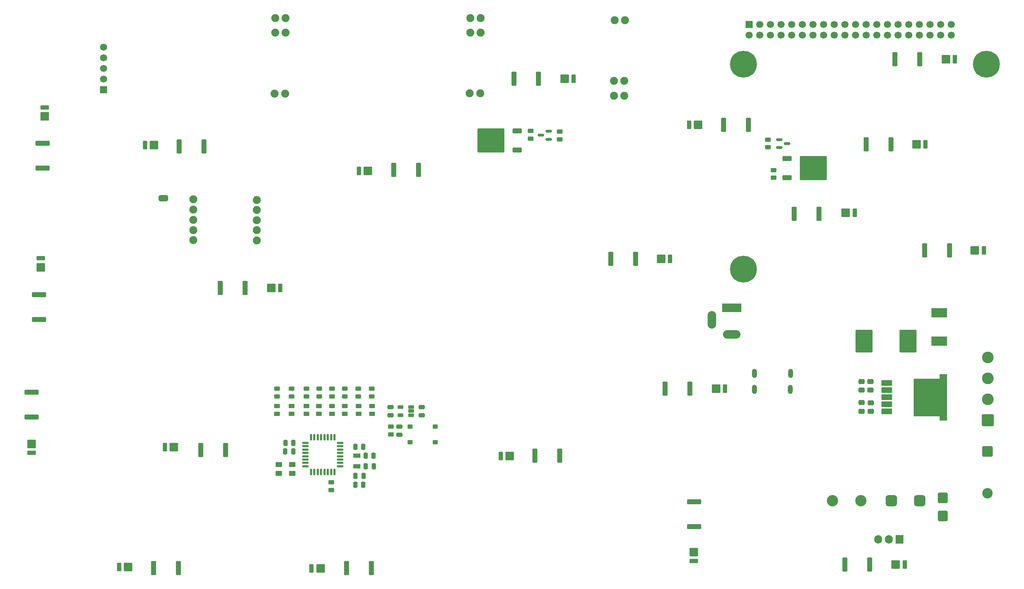
<source format=gbr>
%TF.GenerationSoftware,KiCad,Pcbnew,9.0.2*%
%TF.CreationDate,2025-05-13T16:07:20+08:00*%
%TF.ProjectId,MothBo,4d6f7468-426f-42e6-9b69-6361645f7063,5.0.0*%
%TF.SameCoordinates,Original*%
%TF.FileFunction,Soldermask,Top*%
%TF.FilePolarity,Negative*%
%FSLAX46Y46*%
G04 Gerber Fmt 4.6, Leading zero omitted, Abs format (unit mm)*
G04 Created by KiCad (PCBNEW 9.0.2) date 2025-05-13 16:07:20*
%MOMM*%
%LPD*%
G01*
G04 APERTURE LIST*
G04 Aperture macros list*
%AMRoundRect*
0 Rectangle with rounded corners*
0 $1 Rounding radius*
0 $2 $3 $4 $5 $6 $7 $8 $9 X,Y pos of 4 corners*
0 Add a 4 corners polygon primitive as box body*
4,1,4,$2,$3,$4,$5,$6,$7,$8,$9,$2,$3,0*
0 Add four circle primitives for the rounded corners*
1,1,$1+$1,$2,$3*
1,1,$1+$1,$4,$5*
1,1,$1+$1,$6,$7*
1,1,$1+$1,$8,$9*
0 Add four rect primitives between the rounded corners*
20,1,$1+$1,$2,$3,$4,$5,0*
20,1,$1+$1,$4,$5,$6,$7,0*
20,1,$1+$1,$6,$7,$8,$9,0*
20,1,$1+$1,$8,$9,$2,$3,0*%
%AMFreePoly0*
4,1,23,0.500000,-0.750000,0.000000,-0.750000,0.000000,-0.745722,-0.065263,-0.745722,-0.191342,-0.711940,-0.304381,-0.646677,-0.396677,-0.554381,-0.461940,-0.441342,-0.495722,-0.315263,-0.495722,-0.250000,-0.500000,-0.250000,-0.500000,0.250000,-0.495722,0.250000,-0.495722,0.315263,-0.461940,0.441342,-0.396677,0.554381,-0.304381,0.646677,-0.191342,0.711940,-0.065263,0.745722,0.000000,0.745722,
0.000000,0.750000,0.500000,0.750000,0.500000,-0.750000,0.500000,-0.750000,$1*%
%AMFreePoly1*
4,1,23,0.000000,0.745722,0.065263,0.745722,0.191342,0.711940,0.304381,0.646677,0.396677,0.554381,0.461940,0.441342,0.495722,0.315263,0.495722,0.250000,0.500000,0.250000,0.500000,-0.250000,0.495722,-0.250000,0.495722,-0.315263,0.461940,-0.441342,0.396677,-0.554381,0.304381,-0.646677,0.191342,-0.711940,0.065263,-0.745722,0.000000,-0.745722,0.000000,-0.750000,-0.500000,-0.750000,
-0.500000,0.750000,0.000000,0.750000,0.000000,0.745722,0.000000,0.745722,$1*%
G04 Aperture macros list end*
%ADD10C,0.010000*%
%ADD11RoundRect,0.250000X-0.450000X0.262500X-0.450000X-0.262500X0.450000X-0.262500X0.450000X0.262500X0*%
%ADD12RoundRect,0.250000X0.450000X-0.262500X0.450000X0.262500X-0.450000X0.262500X-0.450000X-0.262500X0*%
%ADD13RoundRect,0.250000X0.475000X-0.337500X0.475000X0.337500X-0.475000X0.337500X-0.475000X-0.337500X0*%
%ADD14RoundRect,0.250000X-0.362500X-1.425000X0.362500X-1.425000X0.362500X1.425000X-0.362500X1.425000X0*%
%ADD15RoundRect,0.250000X0.250000X0.475000X-0.250000X0.475000X-0.250000X-0.475000X0.250000X-0.475000X0*%
%ADD16RoundRect,0.102000X-1.150000X-0.535000X1.150000X-0.535000X1.150000X0.535000X-1.150000X0.535000X0*%
%ADD17RoundRect,0.250000X-1.425000X0.362500X-1.425000X-0.362500X1.425000X-0.362500X1.425000X0.362500X0*%
%ADD18RoundRect,0.125000X0.625000X0.125000X-0.625000X0.125000X-0.625000X-0.125000X0.625000X-0.125000X0*%
%ADD19RoundRect,0.125000X0.125000X0.625000X-0.125000X0.625000X-0.125000X-0.625000X0.125000X-0.625000X0*%
%ADD20RoundRect,0.250000X1.425000X-0.362500X1.425000X0.362500X-1.425000X0.362500X-1.425000X-0.362500X0*%
%ADD21RoundRect,0.165000X0.385000X0.885000X-0.385000X0.885000X-0.385000X-0.885000X0.385000X-0.885000X0*%
%ADD22RoundRect,0.315000X0.735000X0.735000X-0.735000X0.735000X-0.735000X-0.735000X0.735000X-0.735000X0*%
%ADD23RoundRect,0.243750X-0.456250X0.243750X-0.456250X-0.243750X0.456250X-0.243750X0.456250X0.243750X0*%
%ADD24RoundRect,0.250000X-0.475000X0.250000X-0.475000X-0.250000X0.475000X-0.250000X0.475000X0.250000X0*%
%ADD25RoundRect,0.102000X1.800000X-1.000000X1.800000X1.000000X-1.800000X1.000000X-1.800000X-1.000000X0*%
%ADD26RoundRect,0.165000X-0.385000X-0.885000X0.385000X-0.885000X0.385000X0.885000X-0.385000X0.885000X0*%
%ADD27RoundRect,0.315000X-0.735000X-0.735000X0.735000X-0.735000X0.735000X0.735000X-0.735000X0.735000X0*%
%ADD28RoundRect,0.250000X0.362500X1.425000X-0.362500X1.425000X-0.362500X-1.425000X0.362500X-1.425000X0*%
%ADD29RoundRect,0.102000X0.650000X0.450000X-0.650000X0.450000X-0.650000X-0.450000X0.650000X-0.450000X0*%
%ADD30RoundRect,0.165000X0.885000X-0.385000X0.885000X0.385000X-0.885000X0.385000X-0.885000X-0.385000X0*%
%ADD31RoundRect,0.315000X0.735000X-0.735000X0.735000X0.735000X-0.735000X0.735000X-0.735000X-0.735000X0*%
%ADD32RoundRect,0.249997X2.950003X2.650003X-2.950003X2.650003X-2.950003X-2.650003X2.950003X-2.650003X0*%
%ADD33RoundRect,0.250000X0.850000X0.350000X-0.850000X0.350000X-0.850000X-0.350000X0.850000X-0.350000X0*%
%ADD34RoundRect,0.165000X-0.885000X0.385000X-0.885000X-0.385000X0.885000X-0.385000X0.885000X0.385000X0*%
%ADD35RoundRect,0.315000X-0.735000X0.735000X-0.735000X-0.735000X0.735000X-0.735000X0.735000X0.735000X0*%
%ADD36RoundRect,0.102000X-0.500000X-0.375000X0.500000X-0.375000X0.500000X0.375000X-0.500000X0.375000X0*%
%ADD37RoundRect,0.198500X0.508500X0.198500X-0.508500X0.198500X-0.508500X-0.198500X0.508500X-0.198500X0*%
%ADD38C,1.905000*%
%ADD39RoundRect,0.250000X-0.250000X-0.475000X0.250000X-0.475000X0.250000X0.475000X-0.250000X0.475000X0*%
%ADD40RoundRect,0.250000X-0.900000X1.000000X-0.900000X-1.000000X0.900000X-1.000000X0.900000X1.000000X0*%
%ADD41RoundRect,0.150000X-0.587500X-0.150000X0.587500X-0.150000X0.587500X0.150000X-0.587500X0.150000X0*%
%ADD42RoundRect,0.250000X1.750000X2.500000X-1.750000X2.500000X-1.750000X-2.500000X1.750000X-2.500000X0*%
%ADD43R,1.800000X1.000000*%
%ADD44RoundRect,0.250000X-0.475000X0.337500X-0.475000X-0.337500X0.475000X-0.337500X0.475000X0.337500X0*%
%ADD45RoundRect,0.150000X0.587500X0.150000X-0.587500X0.150000X-0.587500X-0.150000X0.587500X-0.150000X0*%
%ADD46FreePoly0,180.000000*%
%ADD47FreePoly1,180.000000*%
%ADD48RoundRect,0.249997X-2.950003X-2.650003X2.950003X-2.650003X2.950003X2.650003X-2.950003X2.650003X0*%
%ADD49RoundRect,0.250000X-0.850000X-0.350000X0.850000X-0.350000X0.850000X0.350000X-0.850000X0.350000X0*%
%ADD50R,1.700000X1.700000*%
%ADD51C,1.700000*%
%ADD52RoundRect,0.250001X1.149999X-1.149999X1.149999X1.149999X-1.149999X1.149999X-1.149999X-1.149999X0*%
%ADD53C,2.800000*%
%ADD54C,6.404000*%
%ADD55R,4.600000X2.000000*%
%ADD56O,4.200000X2.000000*%
%ADD57O,2.000000X4.200000*%
%ADD58RoundRect,0.675000X0.675000X0.675000X-0.675000X0.675000X-0.675000X-0.675000X0.675000X-0.675000X0*%
%ADD59C,2.700000*%
%ADD60R,1.905000X2.000000*%
%ADD61O,1.905000X2.000000*%
%ADD62C,0.400000*%
%ADD63O,1.204000X2.204000*%
%ADD64RoundRect,0.250000X-1.000000X1.000000X-1.000000X-1.000000X1.000000X-1.000000X1.000000X1.000000X0*%
%ADD65C,2.500000*%
G04 APERTURE END LIST*
D10*
%TO.C,U1*%
X253770000Y-163311342D02*
X252100000Y-163311342D01*
X252100000Y-162261342D01*
X245900000Y-162261342D01*
X245900000Y-153361342D01*
X252100000Y-153361342D01*
X252100000Y-152311342D01*
X253770000Y-152311342D01*
X253770000Y-163311342D01*
G36*
X253770000Y-163311342D02*
G01*
X252100000Y-163311342D01*
X252100000Y-162261342D01*
X245900000Y-162261342D01*
X245900000Y-153361342D01*
X252100000Y-153361342D01*
X252100000Y-152311342D01*
X253770000Y-152311342D01*
X253770000Y-163311342D01*
G37*
%TO.C,JP1*%
G36*
X66940000Y-111045671D02*
G01*
X66640000Y-111045671D01*
X66640000Y-109545671D01*
X66940000Y-109545671D01*
X66940000Y-111045671D01*
G37*
%TD*%
D11*
%TO.C,R52*%
X212490000Y-103563171D03*
X212490000Y-105388171D03*
%TD*%
D12*
%TO.C,R12*%
X110108571Y-161758171D03*
X110108571Y-159933171D03*
%TD*%
D13*
%TO.C,C3*%
X235670000Y-161213171D03*
X235670000Y-159138171D03*
%TD*%
D14*
%TO.C,R64*%
X217337497Y-114015672D03*
X223262501Y-114015670D03*
%TD*%
D15*
%TO.C,C16*%
X114500000Y-169650671D03*
X112600000Y-169650671D03*
%TD*%
D16*
%TO.C,U1*%
X239500000Y-154411342D03*
X239500000Y-156111342D03*
X239500000Y-157811342D03*
X239500000Y-159511342D03*
X239500000Y-161211342D03*
%TD*%
D17*
%TO.C,R56*%
X35300000Y-156578172D03*
X35300000Y-162503170D03*
%TD*%
D12*
%TO.C,R8*%
X93950000Y-161758171D03*
X93950000Y-159933171D03*
%TD*%
D18*
%TO.C,U5*%
X109025000Y-174285671D03*
X109025000Y-173485671D03*
X109025000Y-172685671D03*
X109025000Y-171885671D03*
X109025000Y-171085671D03*
X109025000Y-170285671D03*
X109025000Y-169485671D03*
X109025000Y-168685671D03*
D19*
X107650000Y-167310671D03*
X106850000Y-167310671D03*
X106050000Y-167310671D03*
X105250000Y-167310671D03*
X104450000Y-167310671D03*
X103650000Y-167310671D03*
X102850000Y-167310671D03*
X102050000Y-167310671D03*
D18*
X100675000Y-168685671D03*
X100675000Y-169485671D03*
X100675000Y-170285671D03*
X100675000Y-171085671D03*
X100675000Y-171885671D03*
X100675000Y-172685671D03*
X100675000Y-173485671D03*
X100675000Y-174285671D03*
D19*
X102050000Y-175660671D03*
X102850000Y-175660671D03*
X103650000Y-175660671D03*
X104450000Y-175660671D03*
X105250000Y-175660671D03*
X106050000Y-175660671D03*
X106850000Y-175660671D03*
X107650000Y-175660671D03*
%TD*%
D14*
%TO.C,R67*%
X150444997Y-81720671D03*
X156369999Y-81720671D03*
%TD*%
D20*
%TO.C,R55*%
X37950001Y-103118171D03*
X37950001Y-97193171D03*
%TD*%
D14*
%TO.C,R65*%
X234575164Y-97442548D03*
X240500164Y-97442548D03*
%TD*%
D21*
%TO.C,D18*%
X262649999Y-122765671D03*
D22*
X260500000Y-122765671D03*
%TD*%
D23*
%TO.C,D21*%
X97432857Y-155750671D03*
X97432857Y-157625671D03*
%TD*%
D21*
%TO.C,D3*%
X187777500Y-124765671D03*
D22*
X185627500Y-124765671D03*
%TD*%
D21*
%TO.C,D17*%
X94719999Y-131736097D03*
D22*
X92569999Y-131736097D03*
%TD*%
D24*
%TO.C,C6*%
X128500000Y-160175671D03*
X128500000Y-162075671D03*
%TD*%
D25*
%TO.C,E4*%
X251980000Y-137593171D03*
X251980000Y-144393171D03*
%TD*%
D26*
%TO.C,D20*%
X192312501Y-92765670D03*
D27*
X194462501Y-92765671D03*
%TD*%
D12*
%TO.C,R14*%
X103950953Y-161758171D03*
X103950953Y-159933171D03*
%TD*%
D28*
%TO.C,R59*%
X116412500Y-198565670D03*
X110487502Y-198565672D03*
%TD*%
D29*
%TO.C,D33*%
X97532500Y-176005671D03*
X97532500Y-173865671D03*
X94352500Y-173865671D03*
X94352500Y-176005671D03*
%TD*%
D13*
%TO.C,R5*%
X235590000Y-156093171D03*
X235590000Y-154018171D03*
%TD*%
D28*
%TO.C,R74*%
X206425000Y-92765669D03*
X200500000Y-92765671D03*
%TD*%
D26*
%TO.C,D8*%
X62396793Y-97565671D03*
D27*
X64546791Y-97565673D03*
%TD*%
D15*
%TO.C,C15*%
X114550000Y-176610671D03*
X112650000Y-176610671D03*
%TD*%
D30*
%TO.C,D19*%
X193372006Y-196915670D03*
D31*
X193372006Y-194765671D03*
%TD*%
D12*
%TO.C,R51*%
X154470000Y-96040671D03*
X154470000Y-94215671D03*
%TD*%
D26*
%TO.C,D5*%
X102160003Y-198665671D03*
D27*
X104310000Y-198665671D03*
%TD*%
D21*
%TO.C,D13*%
X164710000Y-81720671D03*
D22*
X162560000Y-81720674D03*
%TD*%
D23*
%TO.C,D23*%
X116572857Y-155730671D03*
X116572857Y-157605671D03*
%TD*%
D28*
%TO.C,R63*%
X81675000Y-170415670D03*
X75750002Y-170415674D03*
%TD*%
D11*
%TO.C,R54*%
X211130000Y-96290671D03*
X211130000Y-98115671D03*
%TD*%
D21*
%TO.C,D15*%
X255719999Y-77075671D03*
D22*
X253570000Y-77075671D03*
%TD*%
D13*
%TO.C,C2*%
X233470000Y-161163171D03*
X233470000Y-159088171D03*
%TD*%
D12*
%TO.C,R7*%
X97430000Y-161758171D03*
X97430000Y-159933171D03*
%TD*%
D32*
%TO.C,Q4*%
X144960000Y-96483171D03*
D33*
X151260000Y-98763171D03*
X151260000Y-94203171D03*
%TD*%
D28*
%TO.C,R68*%
X161425000Y-171765671D03*
X155500000Y-171765671D03*
%TD*%
D14*
%TO.C,R70*%
X186575000Y-155765671D03*
X192500000Y-155765671D03*
%TD*%
D26*
%TO.C,D14*%
X147312500Y-171859733D03*
D27*
X149462499Y-171859733D03*
%TD*%
D11*
%TO.C,R11*%
X106850671Y-178113171D03*
X106850671Y-179938171D03*
%TD*%
D34*
%TO.C,D1*%
X38500000Y-88615672D03*
D35*
X38500000Y-90765671D03*
%TD*%
D36*
%TO.C,SW1*%
X125680000Y-164820671D03*
X131680000Y-164820671D03*
X125680000Y-168570671D03*
X131680000Y-168570671D03*
%TD*%
D12*
%TO.C,R13*%
X107064762Y-161758171D03*
X107064762Y-159933171D03*
%TD*%
D14*
%TO.C,R69*%
X241417499Y-77075671D03*
X247342499Y-77075671D03*
%TD*%
D37*
%TO.C,U6*%
X125915000Y-162075671D03*
X125915000Y-161125671D03*
X125915000Y-160175671D03*
X123405000Y-160175671D03*
X123405000Y-162075671D03*
%TD*%
D21*
%TO.C,D11*%
X248725164Y-97442548D03*
D22*
X246575164Y-97442548D03*
%TD*%
D23*
%TO.C,D27*%
X103962857Y-155750671D03*
X103962857Y-157625671D03*
%TD*%
D38*
%TO.C,A1*%
X140061497Y-70753645D03*
X142561331Y-70753645D03*
X140061497Y-67235671D03*
X142561331Y-67235671D03*
X139928203Y-85258853D03*
X142416361Y-85256585D03*
%TD*%
D39*
%TO.C,C14*%
X95920000Y-168720671D03*
X97820000Y-168720671D03*
%TD*%
D26*
%TO.C,D6*%
X56249521Y-198315672D03*
D27*
X58399521Y-198315671D03*
%TD*%
D40*
%TO.C,E2*%
X252820000Y-181845671D03*
X252820000Y-186145671D03*
%TD*%
D14*
%TO.C,R66*%
X229447499Y-197740671D03*
X235372499Y-197740671D03*
%TD*%
D26*
%TO.C,D9*%
X67172504Y-169765672D03*
D27*
X69322501Y-169765671D03*
%TD*%
D34*
%TO.C,D4*%
X37500000Y-124615672D03*
D35*
X37500000Y-126765671D03*
%TD*%
D28*
%TO.C,R60*%
X70402023Y-198565671D03*
X64477021Y-198565671D03*
%TD*%
D12*
%TO.C,R9*%
X116592381Y-161758171D03*
X116592381Y-159933171D03*
%TD*%
D21*
%TO.C,D12*%
X243749999Y-197741982D03*
D22*
X241600000Y-197741981D03*
%TD*%
D39*
%TO.C,C17*%
X95900000Y-170720671D03*
X97800000Y-170720671D03*
%TD*%
D41*
%TO.C,Q7*%
X213792500Y-96293171D03*
X213792500Y-98193171D03*
X215667500Y-97243171D03*
%TD*%
D15*
%TO.C,C10*%
X117030671Y-174295671D03*
X115130671Y-174295671D03*
%TD*%
D14*
%TO.C,R72*%
X248537499Y-122765671D03*
X254462499Y-122765671D03*
%TD*%
D15*
%TO.C,C11*%
X116990671Y-171715671D03*
X115090671Y-171715671D03*
%TD*%
D30*
%TO.C,D2*%
X35350002Y-171080670D03*
D31*
X35350001Y-168930670D03*
%TD*%
D17*
%TO.C,R73*%
X193500000Y-182803171D03*
X193500000Y-188728171D03*
%TD*%
D42*
%TO.C,L1*%
X244550000Y-144423171D03*
X234050000Y-144423171D03*
%TD*%
D21*
%TO.C,D16*%
X200877500Y-155765671D03*
D22*
X198727501Y-155765671D03*
%TD*%
D12*
%TO.C,R53*%
X161450000Y-96210671D03*
X161450000Y-94385671D03*
%TD*%
D43*
%TO.C,Y1*%
X113020671Y-171785671D03*
X113020671Y-174285671D03*
%TD*%
D26*
%TO.C,D7*%
X113472498Y-103765671D03*
D27*
X115622498Y-103765671D03*
%TD*%
D23*
%TO.C,D22*%
X93942857Y-155760671D03*
X93942857Y-157635671D03*
%TD*%
D21*
%TO.C,D10*%
X231840001Y-113765671D03*
D22*
X229690000Y-113765672D03*
%TD*%
D44*
%TO.C,R4*%
X233430000Y-154028171D03*
X233430000Y-156103171D03*
%TD*%
D20*
%TO.C,R58*%
X37150001Y-139218171D03*
X37150001Y-133293171D03*
%TD*%
D15*
%TO.C,C9*%
X114540000Y-178700671D03*
X112640000Y-178700671D03*
%TD*%
D14*
%TO.C,R57*%
X173575000Y-124765671D03*
X179500000Y-124765671D03*
%TD*%
D28*
%TO.C,R61*%
X127674999Y-103515672D03*
X121749999Y-103515672D03*
%TD*%
D45*
%TO.C,Q6*%
X158807500Y-96198171D03*
X158807500Y-94298171D03*
X156932500Y-95248171D03*
%TD*%
D46*
%TO.C,JP1*%
X67440000Y-110295671D03*
D47*
X66140000Y-110295671D03*
%TD*%
D38*
%TO.C,A2*%
X176854864Y-82268611D03*
X174355030Y-82268611D03*
X176854864Y-85786585D03*
X174355030Y-85786585D03*
X176988158Y-67763403D03*
X174500000Y-67765671D03*
%TD*%
D12*
%TO.C,R10*%
X113360000Y-161758171D03*
X113360000Y-159933171D03*
%TD*%
D24*
%TO.C,C7*%
X121050000Y-160185671D03*
X121050000Y-162085671D03*
%TD*%
D23*
%TO.C,D24*%
X113332857Y-155750671D03*
X113332857Y-157625671D03*
%TD*%
D14*
%TO.C,R71*%
X80417499Y-131730671D03*
X86342499Y-131730671D03*
%TD*%
D23*
%TO.C,D28*%
X100932857Y-155750671D03*
X100932857Y-157625671D03*
%TD*%
D28*
%TO.C,R62*%
X76449292Y-97965669D03*
X70524292Y-97965673D03*
%TD*%
D12*
%TO.C,R6*%
X121070000Y-166648171D03*
X121070000Y-164823171D03*
%TD*%
D38*
%TO.C,A3*%
X93500000Y-70765671D03*
X95999834Y-70765671D03*
X93500000Y-67247697D03*
X95999834Y-67247697D03*
X93366706Y-85270879D03*
X95854864Y-85268611D03*
%TD*%
D12*
%TO.C,R15*%
X100936190Y-161758171D03*
X100936190Y-159933171D03*
%TD*%
D48*
%TO.C,Q5*%
X221960000Y-103108171D03*
D49*
X215660000Y-100828171D03*
X215660000Y-105388171D03*
%TD*%
D24*
%TO.C,C8*%
X123170000Y-164825671D03*
X123170000Y-166725671D03*
%TD*%
D23*
%TO.C,D25*%
X110072857Y-155750671D03*
X110072857Y-157625671D03*
%TD*%
%TO.C,D26*%
X107052857Y-155750671D03*
X107052857Y-157625671D03*
%TD*%
D50*
%TO.C,J5*%
X52500000Y-84385671D03*
D51*
X52500000Y-81845671D03*
X52500000Y-79305671D03*
X52500000Y-76765671D03*
X52500000Y-74225671D03*
%TD*%
D52*
%TO.C,U2*%
X263600000Y-163265671D03*
D53*
X263600000Y-158265671D03*
X263600000Y-153265671D03*
X263600000Y-148265671D03*
%TD*%
D54*
%TO.C,U4*%
X263237500Y-78263171D03*
X205237500Y-78263171D03*
X205237500Y-127263171D03*
%TD*%
D55*
%TO.C,J7*%
X202500000Y-136465671D03*
D56*
X202500000Y-142765671D03*
D57*
X197700000Y-139365671D03*
%TD*%
D58*
%TO.C,F1*%
X247330000Y-182515671D03*
X240570000Y-182515671D03*
D59*
X233290000Y-182515671D03*
X226530000Y-182515671D03*
%TD*%
D50*
%TO.C,U3*%
X206600000Y-68765671D03*
D51*
X206600000Y-71305671D03*
X209140000Y-68765671D03*
X209140000Y-71305671D03*
X211680000Y-68765671D03*
X211680000Y-71305671D03*
X214220000Y-68765671D03*
X214220000Y-71305671D03*
X216760000Y-68765671D03*
X216760000Y-71305671D03*
X219300000Y-68765671D03*
X219300000Y-71305671D03*
X221840000Y-68765671D03*
X221840000Y-71305671D03*
X224380000Y-68765671D03*
X224380000Y-71305671D03*
X226920000Y-68765671D03*
X226920000Y-71305671D03*
X229460000Y-68765671D03*
X229460000Y-71305671D03*
X232000000Y-68765671D03*
X232000000Y-71305671D03*
X234540000Y-68765671D03*
X234540000Y-71305671D03*
X237080000Y-68765671D03*
X237080000Y-71305671D03*
X239620000Y-68765671D03*
X239620000Y-71305671D03*
X242160000Y-68765671D03*
X242160000Y-71305671D03*
X244700000Y-68765671D03*
X244700000Y-71305671D03*
X247240000Y-68765671D03*
X247240000Y-71305671D03*
X249780000Y-68765671D03*
X249780000Y-71305671D03*
X252320000Y-68765671D03*
X252320000Y-71305671D03*
X254860000Y-68765671D03*
X254860000Y-71305671D03*
%TD*%
D60*
%TO.C,Q1*%
X242500000Y-191765671D03*
D61*
X239960000Y-191765671D03*
X237420000Y-191765671D03*
%TD*%
D62*
%TO.C,J2*%
X216500000Y-156265671D03*
X216500000Y-156165671D03*
X216500000Y-156115671D03*
X216500000Y-156015671D03*
X216500000Y-155815671D03*
X216500000Y-155715671D03*
X216500000Y-155665671D03*
X216500000Y-155565671D03*
X216500000Y-152465671D03*
X216500000Y-152365671D03*
X216500000Y-152315671D03*
X216500000Y-152215671D03*
X216500000Y-152015671D03*
X216500000Y-151915671D03*
X216500000Y-151865671D03*
X216500000Y-151765671D03*
X207860000Y-156265671D03*
X207860000Y-156165671D03*
X207860000Y-156115671D03*
X207860000Y-156015671D03*
X207860000Y-155815671D03*
X207860000Y-155715671D03*
X207860000Y-155665671D03*
X207860000Y-155615671D03*
X207860000Y-152465671D03*
X207860000Y-152415671D03*
X207860000Y-152315671D03*
X207860000Y-152015671D03*
X207860000Y-151915671D03*
X207860000Y-151865671D03*
X207860000Y-151765671D03*
D63*
X216480000Y-155915671D03*
X207880000Y-155915671D03*
X207880000Y-152115671D03*
X216500000Y-152115671D03*
%TD*%
D38*
%TO.C,J4*%
X73949320Y-110538019D03*
X89133849Y-113119451D03*
X73949320Y-120307866D03*
X89133849Y-110705332D03*
X73949320Y-115422942D03*
X89133849Y-115533570D03*
X89133849Y-117947689D03*
X89133849Y-120361808D03*
X73949320Y-117865404D03*
X73949320Y-112980481D03*
%TD*%
D64*
%TO.C,J1*%
X263500000Y-170765671D03*
D65*
X263500000Y-180765671D03*
%TD*%
M02*

</source>
